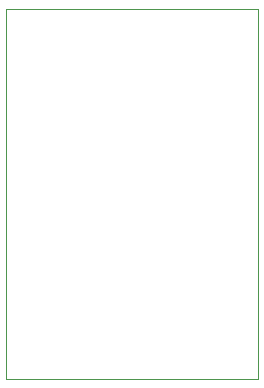
<source format=gbr>
%TF.GenerationSoftware,Altium Limited,Altium Designer,20.1.11 (218)*%
G04 Layer_Color=0*
%FSLAX26Y26*%
%MOIN*%
%TF.SameCoordinates,F1652399-7491-40A6-9504-01A14B245E9D*%
%TF.FilePolarity,Positive*%
%TF.FileFunction,Profile,NP*%
%TF.Part,Single*%
G01*
G75*
%TA.AperFunction,Profile*%
%ADD132C,0.001000*%
D132*
X0Y0D02*
Y1232284D01*
X838584D01*
Y0D01*
X0D01*
%TF.MD5,e2f57963584b12d7da82386bd1a6ad08*%
M02*

</source>
